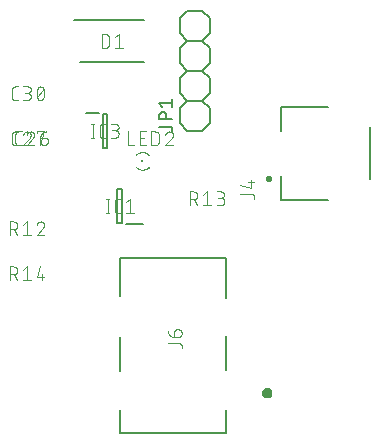
<source format=gbr>
G04 EAGLE Gerber RS-274X export*
G75*
%MOMM*%
%FSLAX34Y34*%
%LPD*%
%INSilkscreen Top*%
%IPPOS*%
%AMOC8*
5,1,8,0,0,1.08239X$1,22.5*%
G01*
%ADD10C,0.101600*%
%ADD11C,0.200000*%
%ADD12C,0.127000*%
%ADD13C,0.300000*%
%ADD14C,0.400000*%
%ADD15C,0.152400*%
%ADD16R,0.200000X0.200000*%
%ADD17R,0.150000X0.250000*%


D10*
X41101Y245458D02*
X38504Y245458D01*
X38405Y245460D01*
X38305Y245466D01*
X38206Y245475D01*
X38108Y245488D01*
X38010Y245505D01*
X37912Y245526D01*
X37816Y245551D01*
X37721Y245579D01*
X37627Y245611D01*
X37534Y245646D01*
X37442Y245685D01*
X37352Y245728D01*
X37264Y245773D01*
X37177Y245823D01*
X37093Y245875D01*
X37010Y245931D01*
X36930Y245989D01*
X36852Y246051D01*
X36777Y246116D01*
X36704Y246184D01*
X36634Y246254D01*
X36566Y246327D01*
X36501Y246402D01*
X36439Y246480D01*
X36381Y246560D01*
X36325Y246643D01*
X36273Y246727D01*
X36223Y246814D01*
X36178Y246902D01*
X36135Y246992D01*
X36096Y247084D01*
X36061Y247177D01*
X36029Y247271D01*
X36001Y247366D01*
X35976Y247462D01*
X35955Y247560D01*
X35938Y247658D01*
X35925Y247756D01*
X35916Y247855D01*
X35910Y247955D01*
X35908Y248054D01*
X35908Y254546D01*
X35910Y254645D01*
X35916Y254745D01*
X35925Y254844D01*
X35938Y254942D01*
X35955Y255040D01*
X35976Y255138D01*
X36001Y255234D01*
X36029Y255329D01*
X36061Y255423D01*
X36096Y255516D01*
X36135Y255608D01*
X36178Y255698D01*
X36223Y255786D01*
X36273Y255873D01*
X36325Y255957D01*
X36381Y256040D01*
X36439Y256120D01*
X36501Y256198D01*
X36566Y256273D01*
X36634Y256346D01*
X36704Y256416D01*
X36777Y256484D01*
X36852Y256549D01*
X36930Y256611D01*
X37010Y256669D01*
X37093Y256725D01*
X37177Y256777D01*
X37264Y256827D01*
X37352Y256872D01*
X37442Y256915D01*
X37534Y256954D01*
X37626Y256989D01*
X37721Y257021D01*
X37816Y257049D01*
X37912Y257074D01*
X38010Y257095D01*
X38108Y257112D01*
X38206Y257125D01*
X38305Y257134D01*
X38405Y257140D01*
X38504Y257142D01*
X41101Y257142D01*
X49036Y257142D02*
X49143Y257140D01*
X49249Y257134D01*
X49355Y257124D01*
X49461Y257111D01*
X49567Y257093D01*
X49671Y257072D01*
X49775Y257047D01*
X49878Y257018D01*
X49979Y256986D01*
X50079Y256949D01*
X50178Y256909D01*
X50276Y256866D01*
X50372Y256819D01*
X50466Y256768D01*
X50558Y256714D01*
X50648Y256657D01*
X50736Y256597D01*
X50821Y256533D01*
X50904Y256466D01*
X50985Y256396D01*
X51063Y256324D01*
X51139Y256248D01*
X51211Y256170D01*
X51281Y256089D01*
X51348Y256006D01*
X51412Y255921D01*
X51472Y255833D01*
X51529Y255743D01*
X51583Y255651D01*
X51634Y255557D01*
X51681Y255461D01*
X51724Y255363D01*
X51764Y255264D01*
X51801Y255164D01*
X51833Y255063D01*
X51862Y254960D01*
X51887Y254856D01*
X51908Y254752D01*
X51926Y254646D01*
X51939Y254540D01*
X51949Y254434D01*
X51955Y254328D01*
X51957Y254221D01*
X49036Y257142D02*
X48915Y257140D01*
X48794Y257134D01*
X48674Y257124D01*
X48553Y257111D01*
X48434Y257093D01*
X48314Y257072D01*
X48196Y257047D01*
X48079Y257018D01*
X47962Y256985D01*
X47847Y256949D01*
X47733Y256908D01*
X47620Y256865D01*
X47508Y256817D01*
X47399Y256766D01*
X47291Y256711D01*
X47184Y256653D01*
X47080Y256592D01*
X46978Y256527D01*
X46878Y256459D01*
X46780Y256388D01*
X46684Y256314D01*
X46591Y256237D01*
X46501Y256156D01*
X46413Y256073D01*
X46328Y255987D01*
X46245Y255898D01*
X46166Y255807D01*
X46089Y255713D01*
X46016Y255617D01*
X45946Y255519D01*
X45879Y255418D01*
X45815Y255315D01*
X45755Y255210D01*
X45698Y255103D01*
X45644Y254995D01*
X45594Y254885D01*
X45548Y254773D01*
X45505Y254660D01*
X45466Y254545D01*
X50984Y251949D02*
X51063Y252026D01*
X51139Y252107D01*
X51212Y252190D01*
X51282Y252275D01*
X51349Y252363D01*
X51413Y252453D01*
X51473Y252545D01*
X51530Y252640D01*
X51584Y252736D01*
X51635Y252834D01*
X51682Y252934D01*
X51726Y253036D01*
X51766Y253139D01*
X51802Y253243D01*
X51834Y253349D01*
X51863Y253455D01*
X51888Y253563D01*
X51910Y253671D01*
X51927Y253781D01*
X51941Y253890D01*
X51950Y254000D01*
X51956Y254111D01*
X51958Y254221D01*
X50984Y251949D02*
X45466Y245458D01*
X51957Y245458D01*
X56896Y251949D02*
X60791Y251949D01*
X60890Y251947D01*
X60990Y251941D01*
X61089Y251932D01*
X61187Y251919D01*
X61285Y251902D01*
X61383Y251881D01*
X61479Y251856D01*
X61574Y251828D01*
X61668Y251796D01*
X61761Y251761D01*
X61853Y251722D01*
X61943Y251679D01*
X62031Y251634D01*
X62118Y251584D01*
X62202Y251532D01*
X62285Y251476D01*
X62365Y251418D01*
X62443Y251356D01*
X62518Y251291D01*
X62591Y251223D01*
X62661Y251153D01*
X62729Y251080D01*
X62794Y251005D01*
X62856Y250927D01*
X62914Y250847D01*
X62970Y250764D01*
X63022Y250680D01*
X63072Y250593D01*
X63117Y250505D01*
X63160Y250415D01*
X63199Y250323D01*
X63234Y250230D01*
X63266Y250136D01*
X63294Y250041D01*
X63319Y249945D01*
X63340Y249847D01*
X63357Y249749D01*
X63370Y249651D01*
X63379Y249552D01*
X63385Y249452D01*
X63387Y249353D01*
X63387Y248704D01*
X63388Y248704D02*
X63386Y248591D01*
X63380Y248478D01*
X63370Y248365D01*
X63356Y248252D01*
X63339Y248140D01*
X63317Y248029D01*
X63292Y247919D01*
X63262Y247809D01*
X63229Y247701D01*
X63192Y247594D01*
X63152Y247488D01*
X63107Y247384D01*
X63059Y247281D01*
X63008Y247180D01*
X62953Y247081D01*
X62895Y246984D01*
X62833Y246889D01*
X62768Y246796D01*
X62700Y246706D01*
X62629Y246618D01*
X62554Y246532D01*
X62477Y246449D01*
X62397Y246369D01*
X62314Y246292D01*
X62228Y246217D01*
X62140Y246146D01*
X62050Y246078D01*
X61957Y246013D01*
X61862Y245951D01*
X61765Y245893D01*
X61666Y245838D01*
X61565Y245787D01*
X61462Y245739D01*
X61358Y245694D01*
X61252Y245654D01*
X61145Y245617D01*
X61037Y245584D01*
X60927Y245554D01*
X60817Y245529D01*
X60706Y245507D01*
X60594Y245490D01*
X60481Y245476D01*
X60368Y245466D01*
X60255Y245460D01*
X60142Y245458D01*
X60029Y245460D01*
X59916Y245466D01*
X59803Y245476D01*
X59690Y245490D01*
X59578Y245507D01*
X59467Y245529D01*
X59357Y245554D01*
X59247Y245584D01*
X59139Y245617D01*
X59032Y245654D01*
X58926Y245694D01*
X58822Y245739D01*
X58719Y245787D01*
X58618Y245838D01*
X58519Y245893D01*
X58422Y245951D01*
X58327Y246013D01*
X58234Y246078D01*
X58144Y246146D01*
X58056Y246217D01*
X57970Y246292D01*
X57887Y246369D01*
X57807Y246449D01*
X57730Y246532D01*
X57655Y246618D01*
X57584Y246706D01*
X57516Y246796D01*
X57451Y246889D01*
X57389Y246984D01*
X57331Y247081D01*
X57276Y247180D01*
X57225Y247281D01*
X57177Y247384D01*
X57132Y247488D01*
X57092Y247594D01*
X57055Y247701D01*
X57022Y247809D01*
X56992Y247919D01*
X56967Y248029D01*
X56945Y248140D01*
X56928Y248252D01*
X56914Y248365D01*
X56904Y248478D01*
X56898Y248591D01*
X56896Y248704D01*
X56896Y251949D01*
X56898Y252092D01*
X56904Y252235D01*
X56914Y252378D01*
X56928Y252520D01*
X56945Y252662D01*
X56967Y252804D01*
X56992Y252945D01*
X57022Y253085D01*
X57055Y253224D01*
X57092Y253362D01*
X57133Y253499D01*
X57177Y253635D01*
X57226Y253770D01*
X57278Y253903D01*
X57333Y254035D01*
X57393Y254165D01*
X57456Y254294D01*
X57522Y254421D01*
X57592Y254545D01*
X57665Y254668D01*
X57742Y254789D01*
X57822Y254908D01*
X57905Y255024D01*
X57991Y255139D01*
X58080Y255250D01*
X58173Y255360D01*
X58268Y255466D01*
X58367Y255570D01*
X58468Y255671D01*
X58572Y255770D01*
X58678Y255865D01*
X58788Y255958D01*
X58899Y256047D01*
X59014Y256133D01*
X59130Y256216D01*
X59249Y256296D01*
X59370Y256373D01*
X59492Y256446D01*
X59617Y256516D01*
X59744Y256582D01*
X59873Y256645D01*
X60003Y256705D01*
X60135Y256760D01*
X60268Y256812D01*
X60403Y256861D01*
X60539Y256905D01*
X60676Y256946D01*
X60814Y256983D01*
X60953Y257016D01*
X61093Y257046D01*
X61234Y257071D01*
X61376Y257093D01*
X61518Y257110D01*
X61660Y257124D01*
X61803Y257134D01*
X61946Y257140D01*
X62089Y257142D01*
X38006Y245458D02*
X35409Y245458D01*
X35310Y245460D01*
X35210Y245466D01*
X35111Y245475D01*
X35013Y245488D01*
X34915Y245505D01*
X34817Y245526D01*
X34721Y245551D01*
X34626Y245579D01*
X34532Y245611D01*
X34439Y245646D01*
X34347Y245685D01*
X34257Y245728D01*
X34169Y245773D01*
X34082Y245823D01*
X33998Y245875D01*
X33915Y245931D01*
X33835Y245989D01*
X33757Y246051D01*
X33682Y246116D01*
X33609Y246184D01*
X33539Y246254D01*
X33471Y246327D01*
X33406Y246402D01*
X33344Y246480D01*
X33286Y246560D01*
X33230Y246643D01*
X33178Y246727D01*
X33128Y246814D01*
X33083Y246902D01*
X33040Y246992D01*
X33001Y247084D01*
X32966Y247177D01*
X32934Y247271D01*
X32906Y247366D01*
X32881Y247462D01*
X32860Y247560D01*
X32843Y247658D01*
X32830Y247756D01*
X32821Y247855D01*
X32815Y247955D01*
X32813Y248054D01*
X32813Y254546D01*
X32815Y254645D01*
X32821Y254745D01*
X32830Y254844D01*
X32843Y254942D01*
X32860Y255040D01*
X32881Y255138D01*
X32906Y255234D01*
X32934Y255329D01*
X32966Y255423D01*
X33001Y255516D01*
X33040Y255608D01*
X33083Y255698D01*
X33128Y255786D01*
X33178Y255873D01*
X33230Y255957D01*
X33286Y256040D01*
X33344Y256120D01*
X33406Y256198D01*
X33471Y256273D01*
X33539Y256346D01*
X33609Y256416D01*
X33682Y256484D01*
X33757Y256549D01*
X33835Y256611D01*
X33915Y256669D01*
X33998Y256725D01*
X34082Y256777D01*
X34169Y256827D01*
X34257Y256872D01*
X34347Y256915D01*
X34439Y256954D01*
X34531Y256989D01*
X34626Y257021D01*
X34721Y257049D01*
X34817Y257074D01*
X34915Y257095D01*
X35013Y257112D01*
X35111Y257125D01*
X35210Y257134D01*
X35310Y257140D01*
X35409Y257142D01*
X38006Y257142D01*
X45941Y257142D02*
X46048Y257140D01*
X46154Y257134D01*
X46260Y257124D01*
X46366Y257111D01*
X46472Y257093D01*
X46576Y257072D01*
X46680Y257047D01*
X46783Y257018D01*
X46884Y256986D01*
X46984Y256949D01*
X47083Y256909D01*
X47181Y256866D01*
X47277Y256819D01*
X47371Y256768D01*
X47463Y256714D01*
X47553Y256657D01*
X47641Y256597D01*
X47726Y256533D01*
X47809Y256466D01*
X47890Y256396D01*
X47968Y256324D01*
X48044Y256248D01*
X48116Y256170D01*
X48186Y256089D01*
X48253Y256006D01*
X48317Y255921D01*
X48377Y255833D01*
X48434Y255743D01*
X48488Y255651D01*
X48539Y255557D01*
X48586Y255461D01*
X48629Y255363D01*
X48669Y255264D01*
X48706Y255164D01*
X48738Y255063D01*
X48767Y254960D01*
X48792Y254856D01*
X48813Y254752D01*
X48831Y254646D01*
X48844Y254540D01*
X48854Y254434D01*
X48860Y254328D01*
X48862Y254221D01*
X45941Y257142D02*
X45820Y257140D01*
X45699Y257134D01*
X45579Y257124D01*
X45458Y257111D01*
X45339Y257093D01*
X45219Y257072D01*
X45101Y257047D01*
X44984Y257018D01*
X44867Y256985D01*
X44752Y256949D01*
X44638Y256908D01*
X44525Y256865D01*
X44413Y256817D01*
X44304Y256766D01*
X44196Y256711D01*
X44089Y256653D01*
X43985Y256592D01*
X43883Y256527D01*
X43783Y256459D01*
X43685Y256388D01*
X43589Y256314D01*
X43496Y256237D01*
X43406Y256156D01*
X43318Y256073D01*
X43233Y255987D01*
X43150Y255898D01*
X43071Y255807D01*
X42994Y255713D01*
X42921Y255617D01*
X42851Y255519D01*
X42784Y255418D01*
X42720Y255315D01*
X42660Y255210D01*
X42603Y255103D01*
X42549Y254995D01*
X42499Y254885D01*
X42453Y254773D01*
X42410Y254660D01*
X42371Y254545D01*
X47889Y251949D02*
X47968Y252026D01*
X48044Y252107D01*
X48117Y252190D01*
X48187Y252275D01*
X48254Y252363D01*
X48318Y252453D01*
X48378Y252545D01*
X48435Y252640D01*
X48489Y252736D01*
X48540Y252834D01*
X48587Y252934D01*
X48631Y253036D01*
X48671Y253139D01*
X48707Y253243D01*
X48739Y253349D01*
X48768Y253455D01*
X48793Y253563D01*
X48815Y253671D01*
X48832Y253781D01*
X48846Y253890D01*
X48855Y254000D01*
X48861Y254111D01*
X48863Y254221D01*
X47888Y251949D02*
X42371Y245458D01*
X48862Y245458D01*
X53801Y255844D02*
X53801Y257142D01*
X60292Y257142D01*
X57046Y245458D01*
X38006Y283558D02*
X35409Y283558D01*
X35310Y283560D01*
X35210Y283566D01*
X35111Y283575D01*
X35013Y283588D01*
X34915Y283605D01*
X34817Y283626D01*
X34721Y283651D01*
X34626Y283679D01*
X34532Y283711D01*
X34439Y283746D01*
X34347Y283785D01*
X34257Y283828D01*
X34169Y283873D01*
X34082Y283923D01*
X33998Y283975D01*
X33915Y284031D01*
X33835Y284089D01*
X33757Y284151D01*
X33682Y284216D01*
X33609Y284284D01*
X33539Y284354D01*
X33471Y284427D01*
X33406Y284502D01*
X33344Y284580D01*
X33286Y284660D01*
X33230Y284743D01*
X33178Y284827D01*
X33128Y284914D01*
X33083Y285002D01*
X33040Y285092D01*
X33001Y285184D01*
X32966Y285277D01*
X32934Y285371D01*
X32906Y285466D01*
X32881Y285562D01*
X32860Y285660D01*
X32843Y285758D01*
X32830Y285856D01*
X32821Y285955D01*
X32815Y286055D01*
X32813Y286154D01*
X32813Y292646D01*
X32815Y292745D01*
X32821Y292845D01*
X32830Y292944D01*
X32843Y293042D01*
X32860Y293140D01*
X32881Y293238D01*
X32906Y293334D01*
X32934Y293429D01*
X32966Y293523D01*
X33001Y293616D01*
X33040Y293708D01*
X33083Y293798D01*
X33128Y293886D01*
X33178Y293973D01*
X33230Y294057D01*
X33286Y294140D01*
X33344Y294220D01*
X33406Y294298D01*
X33471Y294373D01*
X33539Y294446D01*
X33609Y294516D01*
X33682Y294584D01*
X33757Y294649D01*
X33835Y294711D01*
X33915Y294769D01*
X33998Y294825D01*
X34082Y294877D01*
X34169Y294927D01*
X34257Y294972D01*
X34347Y295015D01*
X34439Y295054D01*
X34531Y295089D01*
X34626Y295121D01*
X34721Y295149D01*
X34817Y295174D01*
X34915Y295195D01*
X35013Y295212D01*
X35111Y295225D01*
X35210Y295234D01*
X35310Y295240D01*
X35409Y295242D01*
X38006Y295242D01*
X42371Y283558D02*
X45616Y283558D01*
X45729Y283560D01*
X45842Y283566D01*
X45955Y283576D01*
X46068Y283590D01*
X46180Y283607D01*
X46291Y283629D01*
X46401Y283654D01*
X46511Y283684D01*
X46619Y283717D01*
X46726Y283754D01*
X46832Y283794D01*
X46936Y283839D01*
X47039Y283887D01*
X47140Y283938D01*
X47239Y283993D01*
X47336Y284051D01*
X47431Y284113D01*
X47524Y284178D01*
X47614Y284246D01*
X47702Y284317D01*
X47788Y284392D01*
X47871Y284469D01*
X47951Y284549D01*
X48028Y284632D01*
X48103Y284718D01*
X48174Y284806D01*
X48242Y284896D01*
X48307Y284989D01*
X48369Y285084D01*
X48427Y285181D01*
X48482Y285280D01*
X48533Y285381D01*
X48581Y285484D01*
X48626Y285588D01*
X48666Y285694D01*
X48703Y285801D01*
X48736Y285909D01*
X48766Y286019D01*
X48791Y286129D01*
X48813Y286240D01*
X48830Y286352D01*
X48844Y286465D01*
X48854Y286578D01*
X48860Y286691D01*
X48862Y286804D01*
X48860Y286917D01*
X48854Y287030D01*
X48844Y287143D01*
X48830Y287256D01*
X48813Y287368D01*
X48791Y287479D01*
X48766Y287589D01*
X48736Y287699D01*
X48703Y287807D01*
X48666Y287914D01*
X48626Y288020D01*
X48581Y288124D01*
X48533Y288227D01*
X48482Y288328D01*
X48427Y288427D01*
X48369Y288524D01*
X48307Y288619D01*
X48242Y288712D01*
X48174Y288802D01*
X48103Y288890D01*
X48028Y288976D01*
X47951Y289059D01*
X47871Y289139D01*
X47788Y289216D01*
X47702Y289291D01*
X47614Y289362D01*
X47524Y289430D01*
X47431Y289495D01*
X47336Y289557D01*
X47239Y289615D01*
X47140Y289670D01*
X47039Y289721D01*
X46936Y289769D01*
X46832Y289814D01*
X46726Y289854D01*
X46619Y289891D01*
X46511Y289924D01*
X46401Y289954D01*
X46291Y289979D01*
X46180Y290001D01*
X46068Y290018D01*
X45955Y290032D01*
X45842Y290042D01*
X45729Y290048D01*
X45616Y290050D01*
X46266Y295242D02*
X42371Y295242D01*
X46266Y295242D02*
X46367Y295240D01*
X46467Y295234D01*
X46567Y295224D01*
X46667Y295211D01*
X46766Y295193D01*
X46865Y295172D01*
X46962Y295147D01*
X47059Y295118D01*
X47154Y295085D01*
X47248Y295049D01*
X47340Y295009D01*
X47431Y294966D01*
X47520Y294919D01*
X47607Y294869D01*
X47693Y294815D01*
X47776Y294758D01*
X47856Y294698D01*
X47935Y294635D01*
X48011Y294568D01*
X48084Y294499D01*
X48154Y294427D01*
X48222Y294353D01*
X48287Y294276D01*
X48348Y294196D01*
X48407Y294114D01*
X48462Y294030D01*
X48514Y293944D01*
X48563Y293856D01*
X48608Y293766D01*
X48650Y293674D01*
X48688Y293581D01*
X48722Y293486D01*
X48753Y293391D01*
X48780Y293294D01*
X48803Y293196D01*
X48823Y293097D01*
X48838Y292997D01*
X48850Y292897D01*
X48858Y292797D01*
X48862Y292696D01*
X48862Y292596D01*
X48858Y292495D01*
X48850Y292395D01*
X48838Y292295D01*
X48823Y292195D01*
X48803Y292096D01*
X48780Y291998D01*
X48753Y291901D01*
X48722Y291806D01*
X48688Y291711D01*
X48650Y291618D01*
X48608Y291526D01*
X48563Y291436D01*
X48514Y291348D01*
X48462Y291262D01*
X48407Y291178D01*
X48348Y291096D01*
X48287Y291016D01*
X48222Y290939D01*
X48154Y290865D01*
X48084Y290793D01*
X48011Y290724D01*
X47935Y290657D01*
X47856Y290594D01*
X47776Y290534D01*
X47693Y290477D01*
X47607Y290423D01*
X47520Y290373D01*
X47431Y290326D01*
X47340Y290283D01*
X47248Y290243D01*
X47154Y290207D01*
X47059Y290174D01*
X46962Y290145D01*
X46865Y290120D01*
X46766Y290099D01*
X46667Y290081D01*
X46567Y290068D01*
X46467Y290058D01*
X46367Y290052D01*
X46266Y290050D01*
X46266Y290049D02*
X43669Y290049D01*
X53801Y289400D02*
X53804Y289630D01*
X53812Y289860D01*
X53826Y290089D01*
X53845Y290318D01*
X53870Y290547D01*
X53900Y290774D01*
X53935Y291002D01*
X53976Y291228D01*
X54022Y291453D01*
X54074Y291677D01*
X54131Y291899D01*
X54193Y292121D01*
X54261Y292340D01*
X54334Y292558D01*
X54412Y292775D01*
X54495Y292989D01*
X54583Y293201D01*
X54676Y293411D01*
X54775Y293619D01*
X54774Y293619D02*
X54807Y293709D01*
X54843Y293798D01*
X54883Y293886D01*
X54927Y293971D01*
X54974Y294055D01*
X55024Y294137D01*
X55078Y294217D01*
X55134Y294294D01*
X55194Y294370D01*
X55257Y294443D01*
X55322Y294513D01*
X55391Y294581D01*
X55462Y294645D01*
X55535Y294707D01*
X55611Y294766D01*
X55689Y294822D01*
X55770Y294875D01*
X55852Y294924D01*
X55936Y294970D01*
X56023Y295013D01*
X56110Y295052D01*
X56200Y295088D01*
X56290Y295120D01*
X56382Y295148D01*
X56475Y295173D01*
X56569Y295194D01*
X56663Y295211D01*
X56758Y295225D01*
X56854Y295234D01*
X56950Y295240D01*
X57046Y295242D01*
X57142Y295240D01*
X57238Y295234D01*
X57334Y295225D01*
X57429Y295211D01*
X57523Y295194D01*
X57617Y295173D01*
X57710Y295148D01*
X57802Y295120D01*
X57892Y295088D01*
X57982Y295052D01*
X58069Y295013D01*
X58156Y294970D01*
X58240Y294924D01*
X58322Y294875D01*
X58403Y294822D01*
X58481Y294766D01*
X58557Y294707D01*
X58630Y294645D01*
X58701Y294581D01*
X58770Y294513D01*
X58835Y294443D01*
X58898Y294370D01*
X58958Y294294D01*
X59014Y294217D01*
X59068Y294137D01*
X59118Y294055D01*
X59165Y293971D01*
X59209Y293886D01*
X59249Y293798D01*
X59285Y293709D01*
X59318Y293619D01*
X59319Y293619D02*
X59418Y293412D01*
X59511Y293202D01*
X59599Y292989D01*
X59682Y292775D01*
X59760Y292559D01*
X59833Y292341D01*
X59901Y292121D01*
X59963Y291900D01*
X60020Y291677D01*
X60072Y291453D01*
X60118Y291228D01*
X60159Y291002D01*
X60194Y290775D01*
X60224Y290547D01*
X60249Y290318D01*
X60268Y290089D01*
X60282Y289860D01*
X60290Y289630D01*
X60293Y289400D01*
X53801Y289400D02*
X53804Y289170D01*
X53812Y288940D01*
X53826Y288711D01*
X53845Y288482D01*
X53870Y288253D01*
X53900Y288025D01*
X53935Y287798D01*
X53976Y287572D01*
X54022Y287347D01*
X54074Y287123D01*
X54131Y286900D01*
X54193Y286679D01*
X54261Y286459D01*
X54334Y286241D01*
X54412Y286025D01*
X54495Y285811D01*
X54583Y285599D01*
X54676Y285388D01*
X54775Y285181D01*
X54774Y285181D02*
X54807Y285091D01*
X54843Y285002D01*
X54884Y284914D01*
X54927Y284829D01*
X54974Y284745D01*
X55024Y284663D01*
X55078Y284583D01*
X55134Y284506D01*
X55194Y284430D01*
X55257Y284357D01*
X55322Y284287D01*
X55391Y284219D01*
X55462Y284155D01*
X55535Y284093D01*
X55611Y284034D01*
X55689Y283978D01*
X55770Y283925D01*
X55852Y283876D01*
X55936Y283830D01*
X56023Y283787D01*
X56110Y283748D01*
X56200Y283712D01*
X56290Y283680D01*
X56382Y283652D01*
X56475Y283627D01*
X56569Y283606D01*
X56663Y283589D01*
X56758Y283575D01*
X56854Y283566D01*
X56950Y283560D01*
X57046Y283558D01*
X59318Y285181D02*
X59417Y285388D01*
X59510Y285599D01*
X59598Y285811D01*
X59681Y286025D01*
X59759Y286241D01*
X59832Y286459D01*
X59900Y286679D01*
X59962Y286900D01*
X60019Y287123D01*
X60071Y287347D01*
X60117Y287572D01*
X60158Y287798D01*
X60193Y288025D01*
X60223Y288253D01*
X60248Y288482D01*
X60267Y288711D01*
X60281Y288940D01*
X60289Y289170D01*
X60292Y289400D01*
X59318Y285181D02*
X59285Y285091D01*
X59249Y285002D01*
X59209Y284914D01*
X59165Y284829D01*
X59118Y284745D01*
X59068Y284663D01*
X59014Y284583D01*
X58958Y284506D01*
X58898Y284430D01*
X58835Y284357D01*
X58770Y284287D01*
X58701Y284219D01*
X58630Y284155D01*
X58557Y284093D01*
X58481Y284034D01*
X58403Y283978D01*
X58322Y283925D01*
X58240Y283876D01*
X58156Y283830D01*
X58069Y283787D01*
X57982Y283748D01*
X57892Y283712D01*
X57802Y283680D01*
X57710Y283652D01*
X57617Y283627D01*
X57523Y283606D01*
X57429Y283589D01*
X57334Y283575D01*
X57238Y283566D01*
X57142Y283560D01*
X57046Y283558D01*
X54450Y286154D02*
X59643Y292646D01*
D11*
X85200Y351950D02*
X144950Y351950D01*
X144950Y315750D02*
X90950Y315750D01*
D10*
X108799Y328008D02*
X108799Y339692D01*
X112045Y339692D01*
X112158Y339690D01*
X112271Y339684D01*
X112384Y339674D01*
X112497Y339660D01*
X112609Y339643D01*
X112720Y339621D01*
X112830Y339596D01*
X112940Y339566D01*
X113048Y339533D01*
X113155Y339496D01*
X113261Y339456D01*
X113365Y339411D01*
X113468Y339363D01*
X113569Y339312D01*
X113668Y339257D01*
X113765Y339199D01*
X113860Y339137D01*
X113953Y339072D01*
X114043Y339004D01*
X114131Y338933D01*
X114217Y338858D01*
X114300Y338781D01*
X114380Y338701D01*
X114457Y338618D01*
X114532Y338532D01*
X114603Y338444D01*
X114671Y338354D01*
X114736Y338261D01*
X114798Y338166D01*
X114856Y338069D01*
X114911Y337970D01*
X114962Y337869D01*
X115010Y337766D01*
X115055Y337662D01*
X115095Y337556D01*
X115132Y337449D01*
X115165Y337341D01*
X115195Y337231D01*
X115220Y337121D01*
X115242Y337010D01*
X115259Y336898D01*
X115273Y336785D01*
X115283Y336672D01*
X115289Y336559D01*
X115291Y336446D01*
X115290Y336446D02*
X115290Y331254D01*
X115291Y331254D02*
X115289Y331141D01*
X115283Y331028D01*
X115273Y330915D01*
X115259Y330802D01*
X115242Y330690D01*
X115220Y330579D01*
X115195Y330469D01*
X115165Y330359D01*
X115132Y330251D01*
X115095Y330144D01*
X115055Y330038D01*
X115010Y329934D01*
X114962Y329831D01*
X114911Y329730D01*
X114856Y329631D01*
X114798Y329534D01*
X114736Y329439D01*
X114671Y329346D01*
X114603Y329256D01*
X114532Y329168D01*
X114457Y329082D01*
X114380Y328999D01*
X114300Y328919D01*
X114217Y328842D01*
X114131Y328767D01*
X114043Y328696D01*
X113953Y328628D01*
X113860Y328563D01*
X113765Y328501D01*
X113668Y328443D01*
X113569Y328388D01*
X113468Y328337D01*
X113365Y328289D01*
X113261Y328244D01*
X113155Y328204D01*
X113048Y328167D01*
X112940Y328134D01*
X112830Y328104D01*
X112720Y328079D01*
X112609Y328057D01*
X112497Y328040D01*
X112384Y328026D01*
X112271Y328016D01*
X112158Y328010D01*
X112045Y328008D01*
X108799Y328008D01*
X120610Y337096D02*
X123855Y339692D01*
X123855Y328008D01*
X120610Y328008D02*
X127101Y328008D01*
D11*
X126300Y179650D02*
X122300Y179650D01*
X122300Y208650D01*
X126300Y208650D01*
X126300Y179650D01*
X129800Y179150D02*
X143800Y179150D01*
D10*
X113992Y188308D02*
X113992Y199992D01*
X112694Y188308D02*
X115290Y188308D01*
X115290Y199992D02*
X112694Y199992D01*
X122454Y188308D02*
X125050Y188308D01*
X122454Y188308D02*
X122355Y188310D01*
X122255Y188316D01*
X122156Y188325D01*
X122058Y188338D01*
X121960Y188355D01*
X121862Y188376D01*
X121766Y188401D01*
X121671Y188429D01*
X121577Y188461D01*
X121484Y188496D01*
X121392Y188535D01*
X121302Y188578D01*
X121214Y188623D01*
X121127Y188673D01*
X121043Y188725D01*
X120960Y188781D01*
X120880Y188839D01*
X120802Y188901D01*
X120727Y188966D01*
X120654Y189034D01*
X120584Y189104D01*
X120516Y189177D01*
X120451Y189252D01*
X120389Y189330D01*
X120331Y189410D01*
X120275Y189493D01*
X120223Y189577D01*
X120173Y189664D01*
X120128Y189752D01*
X120085Y189842D01*
X120046Y189934D01*
X120011Y190027D01*
X119979Y190121D01*
X119951Y190216D01*
X119926Y190312D01*
X119905Y190410D01*
X119888Y190508D01*
X119875Y190606D01*
X119866Y190705D01*
X119860Y190805D01*
X119858Y190904D01*
X119857Y190904D02*
X119857Y197396D01*
X119858Y197396D02*
X119860Y197495D01*
X119866Y197595D01*
X119875Y197694D01*
X119888Y197792D01*
X119905Y197890D01*
X119926Y197988D01*
X119951Y198084D01*
X119979Y198179D01*
X120011Y198273D01*
X120046Y198366D01*
X120085Y198458D01*
X120128Y198548D01*
X120173Y198636D01*
X120223Y198723D01*
X120275Y198807D01*
X120331Y198890D01*
X120389Y198970D01*
X120451Y199048D01*
X120516Y199123D01*
X120584Y199196D01*
X120654Y199266D01*
X120727Y199334D01*
X120802Y199399D01*
X120880Y199461D01*
X120960Y199519D01*
X121043Y199575D01*
X121127Y199627D01*
X121214Y199677D01*
X121302Y199722D01*
X121392Y199765D01*
X121484Y199804D01*
X121576Y199839D01*
X121671Y199871D01*
X121766Y199899D01*
X121862Y199924D01*
X121960Y199945D01*
X122058Y199962D01*
X122156Y199975D01*
X122255Y199984D01*
X122355Y199990D01*
X122454Y199992D01*
X125050Y199992D01*
X129415Y197396D02*
X132661Y199992D01*
X132661Y188308D01*
X135906Y188308D02*
X129415Y188308D01*
D11*
X113100Y272150D02*
X110100Y272150D01*
X113100Y272150D02*
X113100Y243150D01*
X110100Y243150D01*
X110100Y272150D01*
X106600Y273000D02*
X95600Y273000D01*
D10*
X101292Y263492D02*
X101292Y251808D01*
X99994Y251808D02*
X102590Y251808D01*
X102590Y263492D02*
X99994Y263492D01*
X109754Y251808D02*
X112350Y251808D01*
X109754Y251808D02*
X109655Y251810D01*
X109555Y251816D01*
X109456Y251825D01*
X109358Y251838D01*
X109260Y251855D01*
X109162Y251876D01*
X109066Y251901D01*
X108971Y251929D01*
X108877Y251961D01*
X108784Y251996D01*
X108692Y252035D01*
X108602Y252078D01*
X108514Y252123D01*
X108427Y252173D01*
X108343Y252225D01*
X108260Y252281D01*
X108180Y252339D01*
X108102Y252401D01*
X108027Y252466D01*
X107954Y252534D01*
X107884Y252604D01*
X107816Y252677D01*
X107751Y252752D01*
X107689Y252830D01*
X107631Y252910D01*
X107575Y252993D01*
X107523Y253077D01*
X107473Y253164D01*
X107428Y253252D01*
X107385Y253342D01*
X107346Y253434D01*
X107311Y253527D01*
X107279Y253621D01*
X107251Y253716D01*
X107226Y253812D01*
X107205Y253910D01*
X107188Y254008D01*
X107175Y254106D01*
X107166Y254205D01*
X107160Y254305D01*
X107158Y254404D01*
X107157Y254404D02*
X107157Y260896D01*
X107158Y260896D02*
X107160Y260995D01*
X107166Y261095D01*
X107175Y261194D01*
X107188Y261292D01*
X107205Y261390D01*
X107226Y261488D01*
X107251Y261584D01*
X107279Y261679D01*
X107311Y261773D01*
X107346Y261866D01*
X107385Y261958D01*
X107428Y262048D01*
X107473Y262136D01*
X107523Y262223D01*
X107575Y262307D01*
X107631Y262390D01*
X107689Y262470D01*
X107751Y262548D01*
X107816Y262623D01*
X107884Y262696D01*
X107954Y262766D01*
X108027Y262834D01*
X108102Y262899D01*
X108180Y262961D01*
X108260Y263019D01*
X108343Y263075D01*
X108427Y263127D01*
X108514Y263177D01*
X108602Y263222D01*
X108692Y263265D01*
X108784Y263304D01*
X108876Y263339D01*
X108971Y263371D01*
X109066Y263399D01*
X109162Y263424D01*
X109260Y263445D01*
X109358Y263462D01*
X109456Y263475D01*
X109555Y263484D01*
X109655Y263490D01*
X109754Y263492D01*
X112350Y263492D01*
X116715Y251808D02*
X119961Y251808D01*
X120074Y251810D01*
X120187Y251816D01*
X120300Y251826D01*
X120413Y251840D01*
X120525Y251857D01*
X120636Y251879D01*
X120746Y251904D01*
X120856Y251934D01*
X120964Y251967D01*
X121071Y252004D01*
X121177Y252044D01*
X121281Y252089D01*
X121384Y252137D01*
X121485Y252188D01*
X121584Y252243D01*
X121681Y252301D01*
X121776Y252363D01*
X121869Y252428D01*
X121959Y252496D01*
X122047Y252567D01*
X122133Y252642D01*
X122216Y252719D01*
X122296Y252799D01*
X122373Y252882D01*
X122448Y252968D01*
X122519Y253056D01*
X122587Y253146D01*
X122652Y253239D01*
X122714Y253334D01*
X122772Y253431D01*
X122827Y253530D01*
X122878Y253631D01*
X122926Y253734D01*
X122971Y253838D01*
X123011Y253944D01*
X123048Y254051D01*
X123081Y254159D01*
X123111Y254269D01*
X123136Y254379D01*
X123158Y254490D01*
X123175Y254602D01*
X123189Y254715D01*
X123199Y254828D01*
X123205Y254941D01*
X123207Y255054D01*
X123205Y255167D01*
X123199Y255280D01*
X123189Y255393D01*
X123175Y255506D01*
X123158Y255618D01*
X123136Y255729D01*
X123111Y255839D01*
X123081Y255949D01*
X123048Y256057D01*
X123011Y256164D01*
X122971Y256270D01*
X122926Y256374D01*
X122878Y256477D01*
X122827Y256578D01*
X122772Y256677D01*
X122714Y256774D01*
X122652Y256869D01*
X122587Y256962D01*
X122519Y257052D01*
X122448Y257140D01*
X122373Y257226D01*
X122296Y257309D01*
X122216Y257389D01*
X122133Y257466D01*
X122047Y257541D01*
X121959Y257612D01*
X121869Y257680D01*
X121776Y257745D01*
X121681Y257807D01*
X121584Y257865D01*
X121485Y257920D01*
X121384Y257971D01*
X121281Y258019D01*
X121177Y258064D01*
X121071Y258104D01*
X120964Y258141D01*
X120856Y258174D01*
X120746Y258204D01*
X120636Y258229D01*
X120525Y258251D01*
X120413Y258268D01*
X120300Y258282D01*
X120187Y258292D01*
X120074Y258298D01*
X119961Y258300D01*
X120610Y263492D02*
X116715Y263492D01*
X120610Y263492D02*
X120711Y263490D01*
X120811Y263484D01*
X120911Y263474D01*
X121011Y263461D01*
X121110Y263443D01*
X121209Y263422D01*
X121306Y263397D01*
X121403Y263368D01*
X121498Y263335D01*
X121592Y263299D01*
X121684Y263259D01*
X121775Y263216D01*
X121864Y263169D01*
X121951Y263119D01*
X122037Y263065D01*
X122120Y263008D01*
X122200Y262948D01*
X122279Y262885D01*
X122355Y262818D01*
X122428Y262749D01*
X122498Y262677D01*
X122566Y262603D01*
X122631Y262526D01*
X122692Y262446D01*
X122751Y262364D01*
X122806Y262280D01*
X122858Y262194D01*
X122907Y262106D01*
X122952Y262016D01*
X122994Y261924D01*
X123032Y261831D01*
X123066Y261736D01*
X123097Y261641D01*
X123124Y261544D01*
X123147Y261446D01*
X123167Y261347D01*
X123182Y261247D01*
X123194Y261147D01*
X123202Y261047D01*
X123206Y260946D01*
X123206Y260846D01*
X123202Y260745D01*
X123194Y260645D01*
X123182Y260545D01*
X123167Y260445D01*
X123147Y260346D01*
X123124Y260248D01*
X123097Y260151D01*
X123066Y260056D01*
X123032Y259961D01*
X122994Y259868D01*
X122952Y259776D01*
X122907Y259686D01*
X122858Y259598D01*
X122806Y259512D01*
X122751Y259428D01*
X122692Y259346D01*
X122631Y259266D01*
X122566Y259189D01*
X122498Y259115D01*
X122428Y259043D01*
X122355Y258974D01*
X122279Y258907D01*
X122200Y258844D01*
X122120Y258784D01*
X122037Y258727D01*
X121951Y258673D01*
X121864Y258623D01*
X121775Y258576D01*
X121684Y258533D01*
X121592Y258493D01*
X121498Y258457D01*
X121403Y258424D01*
X121306Y258395D01*
X121209Y258370D01*
X121110Y258349D01*
X121011Y258331D01*
X120911Y258318D01*
X120811Y258308D01*
X120711Y258302D01*
X120610Y258300D01*
X120610Y258299D02*
X118014Y258299D01*
D12*
X260500Y257600D02*
X260500Y278100D01*
X260500Y219600D02*
X260500Y199100D01*
X300500Y199100D01*
D13*
X249500Y217100D02*
X249502Y217163D01*
X249508Y217225D01*
X249518Y217287D01*
X249531Y217349D01*
X249549Y217409D01*
X249570Y217468D01*
X249595Y217526D01*
X249624Y217582D01*
X249656Y217636D01*
X249691Y217688D01*
X249729Y217737D01*
X249771Y217785D01*
X249815Y217829D01*
X249863Y217871D01*
X249912Y217909D01*
X249964Y217944D01*
X250018Y217976D01*
X250074Y218005D01*
X250132Y218030D01*
X250191Y218051D01*
X250251Y218069D01*
X250313Y218082D01*
X250375Y218092D01*
X250437Y218098D01*
X250500Y218100D01*
X250563Y218098D01*
X250625Y218092D01*
X250687Y218082D01*
X250749Y218069D01*
X250809Y218051D01*
X250868Y218030D01*
X250926Y218005D01*
X250982Y217976D01*
X251036Y217944D01*
X251088Y217909D01*
X251137Y217871D01*
X251185Y217829D01*
X251229Y217785D01*
X251271Y217737D01*
X251309Y217688D01*
X251344Y217636D01*
X251376Y217582D01*
X251405Y217526D01*
X251430Y217468D01*
X251451Y217409D01*
X251469Y217349D01*
X251482Y217287D01*
X251492Y217225D01*
X251498Y217163D01*
X251500Y217100D01*
X251498Y217037D01*
X251492Y216975D01*
X251482Y216913D01*
X251469Y216851D01*
X251451Y216791D01*
X251430Y216732D01*
X251405Y216674D01*
X251376Y216618D01*
X251344Y216564D01*
X251309Y216512D01*
X251271Y216463D01*
X251229Y216415D01*
X251185Y216371D01*
X251137Y216329D01*
X251088Y216291D01*
X251036Y216256D01*
X250982Y216224D01*
X250926Y216195D01*
X250868Y216170D01*
X250809Y216149D01*
X250749Y216131D01*
X250687Y216118D01*
X250625Y216108D01*
X250563Y216102D01*
X250500Y216100D01*
X250437Y216102D01*
X250375Y216108D01*
X250313Y216118D01*
X250251Y216131D01*
X250191Y216149D01*
X250132Y216170D01*
X250074Y216195D01*
X250018Y216224D01*
X249964Y216256D01*
X249912Y216291D01*
X249863Y216329D01*
X249815Y216371D01*
X249771Y216415D01*
X249729Y216463D01*
X249691Y216512D01*
X249656Y216564D01*
X249624Y216618D01*
X249595Y216674D01*
X249570Y216732D01*
X249549Y216791D01*
X249531Y216851D01*
X249518Y216913D01*
X249508Y216975D01*
X249502Y217037D01*
X249500Y217100D01*
D12*
X336500Y216600D02*
X336500Y260600D01*
X300500Y278100D02*
X260500Y278100D01*
D10*
X235413Y204270D02*
X226304Y204270D01*
X235413Y204270D02*
X235513Y204268D01*
X235612Y204262D01*
X235712Y204253D01*
X235810Y204239D01*
X235909Y204222D01*
X236006Y204202D01*
X236103Y204177D01*
X236198Y204149D01*
X236293Y204117D01*
X236386Y204081D01*
X236478Y204042D01*
X236568Y204000D01*
X236657Y203954D01*
X236743Y203904D01*
X236828Y203852D01*
X236911Y203796D01*
X236991Y203737D01*
X237069Y203675D01*
X237145Y203610D01*
X237218Y203543D01*
X237289Y203472D01*
X237356Y203399D01*
X237421Y203323D01*
X237483Y203245D01*
X237542Y203165D01*
X237598Y203082D01*
X237650Y202997D01*
X237700Y202911D01*
X237746Y202822D01*
X237788Y202732D01*
X237827Y202640D01*
X237863Y202547D01*
X237895Y202452D01*
X237923Y202357D01*
X237948Y202260D01*
X237968Y202163D01*
X237985Y202064D01*
X237999Y201966D01*
X238008Y201866D01*
X238014Y201767D01*
X238016Y201667D01*
X238016Y200366D01*
X235413Y209553D02*
X226304Y212156D01*
X235413Y209553D02*
X235413Y216060D01*
X232811Y214108D02*
X238016Y214108D01*
D11*
X214300Y149700D02*
X124300Y149700D01*
X124300Y1700D02*
X214300Y1700D01*
X214300Y21080D01*
X124300Y21270D02*
X124300Y1700D01*
X124300Y118220D02*
X124300Y149700D01*
X214300Y149700D02*
X214300Y116450D01*
X214300Y83860D02*
X214300Y55300D01*
X124300Y54670D02*
X124300Y83230D01*
D14*
X246518Y35820D02*
X246520Y35913D01*
X246526Y36006D01*
X246536Y36099D01*
X246550Y36191D01*
X246568Y36283D01*
X246589Y36373D01*
X246615Y36463D01*
X246644Y36552D01*
X246677Y36639D01*
X246714Y36725D01*
X246755Y36809D01*
X246799Y36891D01*
X246846Y36971D01*
X246897Y37049D01*
X246951Y37125D01*
X247009Y37199D01*
X247069Y37270D01*
X247133Y37338D01*
X247199Y37404D01*
X247268Y37466D01*
X247340Y37526D01*
X247414Y37583D01*
X247490Y37636D01*
X247569Y37686D01*
X247650Y37733D01*
X247732Y37776D01*
X247817Y37815D01*
X247903Y37851D01*
X247990Y37883D01*
X248079Y37912D01*
X248169Y37936D01*
X248260Y37957D01*
X248352Y37974D01*
X248444Y37987D01*
X248537Y37996D01*
X248630Y38001D01*
X248723Y38002D01*
X248817Y37999D01*
X248910Y37992D01*
X249002Y37981D01*
X249094Y37966D01*
X249186Y37947D01*
X249276Y37925D01*
X249365Y37898D01*
X249454Y37868D01*
X249540Y37834D01*
X249626Y37796D01*
X249709Y37755D01*
X249791Y37710D01*
X249871Y37661D01*
X249948Y37610D01*
X250024Y37555D01*
X250097Y37496D01*
X250167Y37435D01*
X250235Y37371D01*
X250300Y37304D01*
X250361Y37234D01*
X250420Y37162D01*
X250476Y37087D01*
X250529Y37010D01*
X250578Y36931D01*
X250624Y36850D01*
X250666Y36767D01*
X250705Y36682D01*
X250740Y36595D01*
X250771Y36508D01*
X250798Y36418D01*
X250822Y36328D01*
X250842Y36237D01*
X250858Y36145D01*
X250870Y36053D01*
X250878Y35960D01*
X250882Y35867D01*
X250882Y35773D01*
X250878Y35680D01*
X250870Y35587D01*
X250858Y35495D01*
X250842Y35403D01*
X250822Y35312D01*
X250798Y35222D01*
X250771Y35132D01*
X250740Y35045D01*
X250705Y34958D01*
X250666Y34873D01*
X250624Y34790D01*
X250578Y34709D01*
X250529Y34630D01*
X250476Y34553D01*
X250420Y34478D01*
X250361Y34406D01*
X250300Y34336D01*
X250235Y34269D01*
X250167Y34205D01*
X250097Y34144D01*
X250024Y34085D01*
X249948Y34030D01*
X249871Y33979D01*
X249791Y33930D01*
X249709Y33885D01*
X249626Y33844D01*
X249540Y33806D01*
X249454Y33772D01*
X249365Y33742D01*
X249276Y33715D01*
X249186Y33693D01*
X249094Y33674D01*
X249002Y33659D01*
X248910Y33648D01*
X248817Y33641D01*
X248723Y33638D01*
X248630Y33639D01*
X248537Y33644D01*
X248444Y33653D01*
X248352Y33666D01*
X248260Y33683D01*
X248169Y33704D01*
X248079Y33728D01*
X247990Y33757D01*
X247903Y33789D01*
X247817Y33825D01*
X247732Y33864D01*
X247650Y33907D01*
X247569Y33954D01*
X247490Y34004D01*
X247414Y34057D01*
X247340Y34114D01*
X247268Y34174D01*
X247199Y34236D01*
X247133Y34302D01*
X247069Y34370D01*
X247009Y34441D01*
X246951Y34515D01*
X246897Y34591D01*
X246846Y34669D01*
X246799Y34749D01*
X246755Y34831D01*
X246714Y34915D01*
X246677Y35001D01*
X246644Y35088D01*
X246615Y35177D01*
X246589Y35267D01*
X246568Y35357D01*
X246550Y35449D01*
X246536Y35541D01*
X246526Y35634D01*
X246520Y35727D01*
X246518Y35820D01*
D10*
X174094Y77854D02*
X165007Y77854D01*
X174094Y77853D02*
X174193Y77851D01*
X174293Y77845D01*
X174392Y77836D01*
X174490Y77823D01*
X174588Y77806D01*
X174686Y77785D01*
X174782Y77760D01*
X174877Y77732D01*
X174971Y77700D01*
X175064Y77665D01*
X175156Y77626D01*
X175246Y77583D01*
X175334Y77538D01*
X175421Y77488D01*
X175505Y77436D01*
X175588Y77380D01*
X175668Y77322D01*
X175746Y77260D01*
X175821Y77195D01*
X175894Y77127D01*
X175964Y77057D01*
X176032Y76984D01*
X176097Y76909D01*
X176159Y76831D01*
X176217Y76751D01*
X176273Y76668D01*
X176325Y76584D01*
X176375Y76497D01*
X176420Y76409D01*
X176463Y76319D01*
X176502Y76227D01*
X176537Y76134D01*
X176569Y76040D01*
X176597Y75945D01*
X176622Y75849D01*
X176643Y75751D01*
X176660Y75653D01*
X176673Y75555D01*
X176682Y75456D01*
X176688Y75356D01*
X176690Y75257D01*
X176691Y75257D02*
X176691Y73959D01*
X170199Y83127D02*
X170199Y87022D01*
X170200Y87022D02*
X170202Y87121D01*
X170208Y87221D01*
X170217Y87320D01*
X170230Y87418D01*
X170247Y87516D01*
X170268Y87614D01*
X170293Y87710D01*
X170321Y87805D01*
X170353Y87899D01*
X170388Y87992D01*
X170427Y88084D01*
X170470Y88174D01*
X170515Y88262D01*
X170565Y88349D01*
X170617Y88433D01*
X170673Y88516D01*
X170731Y88596D01*
X170793Y88674D01*
X170858Y88749D01*
X170926Y88822D01*
X170996Y88892D01*
X171069Y88960D01*
X171144Y89025D01*
X171222Y89087D01*
X171302Y89145D01*
X171385Y89201D01*
X171469Y89253D01*
X171556Y89303D01*
X171644Y89348D01*
X171734Y89391D01*
X171826Y89430D01*
X171919Y89465D01*
X172013Y89497D01*
X172108Y89525D01*
X172204Y89550D01*
X172302Y89571D01*
X172400Y89588D01*
X172498Y89601D01*
X172597Y89610D01*
X172697Y89616D01*
X172796Y89618D01*
X173445Y89618D01*
X173445Y89619D02*
X173558Y89617D01*
X173671Y89611D01*
X173784Y89601D01*
X173897Y89587D01*
X174009Y89570D01*
X174120Y89548D01*
X174230Y89523D01*
X174340Y89493D01*
X174448Y89460D01*
X174555Y89423D01*
X174661Y89383D01*
X174765Y89338D01*
X174868Y89290D01*
X174969Y89239D01*
X175068Y89184D01*
X175165Y89126D01*
X175260Y89064D01*
X175353Y88999D01*
X175443Y88931D01*
X175531Y88860D01*
X175617Y88785D01*
X175700Y88708D01*
X175780Y88628D01*
X175857Y88545D01*
X175932Y88459D01*
X176003Y88371D01*
X176071Y88281D01*
X176136Y88188D01*
X176198Y88093D01*
X176256Y87996D01*
X176311Y87897D01*
X176362Y87796D01*
X176410Y87693D01*
X176455Y87589D01*
X176495Y87483D01*
X176532Y87376D01*
X176565Y87268D01*
X176595Y87158D01*
X176620Y87048D01*
X176642Y86937D01*
X176659Y86825D01*
X176673Y86712D01*
X176683Y86599D01*
X176689Y86486D01*
X176691Y86373D01*
X176689Y86260D01*
X176683Y86147D01*
X176673Y86034D01*
X176659Y85921D01*
X176642Y85809D01*
X176620Y85698D01*
X176595Y85588D01*
X176565Y85478D01*
X176532Y85370D01*
X176495Y85263D01*
X176455Y85157D01*
X176410Y85053D01*
X176362Y84950D01*
X176311Y84849D01*
X176256Y84750D01*
X176198Y84653D01*
X176136Y84558D01*
X176071Y84465D01*
X176003Y84375D01*
X175932Y84287D01*
X175857Y84201D01*
X175780Y84118D01*
X175700Y84038D01*
X175617Y83961D01*
X175531Y83886D01*
X175443Y83815D01*
X175353Y83747D01*
X175260Y83682D01*
X175165Y83620D01*
X175068Y83562D01*
X174969Y83507D01*
X174868Y83456D01*
X174765Y83408D01*
X174661Y83363D01*
X174555Y83323D01*
X174448Y83286D01*
X174340Y83253D01*
X174230Y83223D01*
X174120Y83198D01*
X174009Y83176D01*
X173897Y83159D01*
X173784Y83145D01*
X173671Y83135D01*
X173558Y83129D01*
X173445Y83127D01*
X170199Y83127D01*
X170056Y83129D01*
X169913Y83135D01*
X169770Y83145D01*
X169628Y83159D01*
X169486Y83176D01*
X169344Y83198D01*
X169203Y83223D01*
X169063Y83253D01*
X168924Y83286D01*
X168786Y83323D01*
X168649Y83364D01*
X168513Y83408D01*
X168378Y83457D01*
X168245Y83509D01*
X168113Y83564D01*
X167983Y83624D01*
X167854Y83687D01*
X167727Y83753D01*
X167603Y83823D01*
X167480Y83896D01*
X167359Y83973D01*
X167240Y84052D01*
X167124Y84136D01*
X167009Y84222D01*
X166898Y84311D01*
X166789Y84404D01*
X166682Y84499D01*
X166578Y84598D01*
X166477Y84699D01*
X166378Y84803D01*
X166283Y84909D01*
X166190Y85019D01*
X166101Y85130D01*
X166015Y85244D01*
X165932Y85361D01*
X165852Y85480D01*
X165775Y85601D01*
X165702Y85723D01*
X165632Y85848D01*
X165566Y85975D01*
X165503Y86104D01*
X165443Y86234D01*
X165388Y86366D01*
X165336Y86499D01*
X165287Y86634D01*
X165243Y86770D01*
X165202Y86907D01*
X165165Y87045D01*
X165132Y87184D01*
X165102Y87324D01*
X165077Y87465D01*
X165055Y87607D01*
X165038Y87749D01*
X165024Y87891D01*
X165014Y88034D01*
X165008Y88177D01*
X165006Y88320D01*
D15*
X181450Y308450D02*
X175100Y314800D01*
X175100Y327500D01*
X181450Y333850D01*
X194150Y333850D01*
X200500Y327500D01*
X200500Y314800D01*
X194150Y308450D01*
X175100Y276700D02*
X175100Y264000D01*
X175100Y276700D02*
X181450Y283050D01*
X194150Y283050D01*
X200500Y276700D01*
X181450Y283050D02*
X175100Y289400D01*
X175100Y302100D01*
X181450Y308450D01*
X194150Y308450D01*
X200500Y302100D01*
X200500Y289400D01*
X194150Y283050D01*
X194150Y257650D02*
X181450Y257650D01*
X175100Y264000D01*
X194150Y257650D02*
X200500Y264000D01*
X200500Y276700D01*
X175100Y340200D02*
X175100Y352900D01*
X181450Y359250D01*
X194150Y359250D01*
X200500Y352900D01*
X181450Y333850D02*
X175100Y340200D01*
X194150Y333850D02*
X200500Y340200D01*
X200500Y352900D01*
D12*
X166337Y261333D02*
X157447Y261333D01*
X166337Y261333D02*
X166437Y261331D01*
X166536Y261325D01*
X166636Y261315D01*
X166734Y261302D01*
X166833Y261284D01*
X166930Y261263D01*
X167026Y261238D01*
X167122Y261209D01*
X167216Y261176D01*
X167309Y261140D01*
X167400Y261100D01*
X167490Y261056D01*
X167578Y261009D01*
X167664Y260959D01*
X167748Y260905D01*
X167830Y260848D01*
X167909Y260788D01*
X167987Y260724D01*
X168061Y260658D01*
X168133Y260589D01*
X168202Y260517D01*
X168268Y260443D01*
X168332Y260365D01*
X168392Y260286D01*
X168449Y260204D01*
X168503Y260120D01*
X168553Y260034D01*
X168600Y259946D01*
X168644Y259856D01*
X168684Y259765D01*
X168720Y259672D01*
X168753Y259578D01*
X168782Y259482D01*
X168807Y259386D01*
X168828Y259289D01*
X168846Y259190D01*
X168859Y259092D01*
X168869Y258992D01*
X168875Y258893D01*
X168877Y258793D01*
X168877Y257523D01*
X168877Y267313D02*
X157447Y267313D01*
X157447Y270488D01*
X157449Y270599D01*
X157455Y270709D01*
X157464Y270820D01*
X157478Y270930D01*
X157495Y271039D01*
X157516Y271148D01*
X157541Y271256D01*
X157570Y271363D01*
X157602Y271469D01*
X157638Y271574D01*
X157678Y271677D01*
X157721Y271779D01*
X157768Y271880D01*
X157819Y271979D01*
X157872Y272076D01*
X157929Y272170D01*
X157990Y272263D01*
X158053Y272354D01*
X158120Y272443D01*
X158190Y272529D01*
X158263Y272612D01*
X158338Y272694D01*
X158416Y272772D01*
X158498Y272847D01*
X158581Y272920D01*
X158667Y272990D01*
X158756Y273057D01*
X158847Y273120D01*
X158940Y273181D01*
X159035Y273238D01*
X159131Y273291D01*
X159230Y273342D01*
X159331Y273389D01*
X159433Y273432D01*
X159536Y273472D01*
X159641Y273508D01*
X159747Y273540D01*
X159854Y273569D01*
X159962Y273594D01*
X160071Y273615D01*
X160180Y273632D01*
X160290Y273646D01*
X160401Y273655D01*
X160511Y273661D01*
X160622Y273663D01*
X160733Y273661D01*
X160843Y273655D01*
X160954Y273646D01*
X161064Y273632D01*
X161173Y273615D01*
X161282Y273594D01*
X161390Y273569D01*
X161497Y273540D01*
X161603Y273508D01*
X161708Y273472D01*
X161811Y273432D01*
X161913Y273389D01*
X162014Y273342D01*
X162113Y273291D01*
X162210Y273238D01*
X162304Y273181D01*
X162397Y273120D01*
X162488Y273057D01*
X162577Y272990D01*
X162663Y272920D01*
X162746Y272847D01*
X162828Y272772D01*
X162906Y272694D01*
X162981Y272612D01*
X163054Y272529D01*
X163124Y272443D01*
X163191Y272354D01*
X163254Y272263D01*
X163315Y272170D01*
X163372Y272076D01*
X163425Y271979D01*
X163476Y271880D01*
X163523Y271779D01*
X163566Y271677D01*
X163606Y271574D01*
X163642Y271469D01*
X163674Y271363D01*
X163703Y271256D01*
X163728Y271148D01*
X163749Y271039D01*
X163766Y270930D01*
X163780Y270820D01*
X163789Y270709D01*
X163795Y270599D01*
X163797Y270488D01*
X163797Y267313D01*
X159987Y278172D02*
X157447Y281347D01*
X168877Y281347D01*
X168877Y278172D02*
X168877Y284522D01*
D10*
X148850Y227250D02*
X148726Y227117D01*
X148598Y226987D01*
X148468Y226860D01*
X148334Y226736D01*
X148198Y226615D01*
X148058Y226498D01*
X147916Y226385D01*
X147771Y226275D01*
X147623Y226168D01*
X147473Y226065D01*
X147320Y225966D01*
X147165Y225871D01*
X147008Y225779D01*
X146848Y225692D01*
X146686Y225608D01*
X146523Y225528D01*
X146357Y225452D01*
X146190Y225381D01*
X146020Y225313D01*
X145850Y225250D01*
X145678Y225191D01*
X145504Y225136D01*
X145329Y225085D01*
X145153Y225039D01*
X144976Y224997D01*
X144798Y224959D01*
X144618Y224926D01*
X144439Y224897D01*
X144258Y224873D01*
X144077Y224853D01*
X143896Y224837D01*
X143714Y224826D01*
X143532Y224819D01*
X143350Y224817D01*
X143168Y224819D01*
X142986Y224826D01*
X142804Y224837D01*
X142623Y224853D01*
X142442Y224873D01*
X142261Y224897D01*
X142082Y224926D01*
X141902Y224959D01*
X141724Y224997D01*
X141547Y225039D01*
X141371Y225085D01*
X141196Y225136D01*
X141022Y225191D01*
X140850Y225250D01*
X140680Y225313D01*
X140510Y225381D01*
X140343Y225452D01*
X140177Y225528D01*
X140014Y225608D01*
X139852Y225692D01*
X139692Y225779D01*
X139535Y225871D01*
X139380Y225966D01*
X139227Y226065D01*
X139077Y226168D01*
X138929Y226275D01*
X138784Y226385D01*
X138642Y226498D01*
X138502Y226615D01*
X138366Y226736D01*
X138232Y226860D01*
X138102Y226987D01*
X137974Y227117D01*
X137850Y227250D01*
X137850Y237250D02*
X137974Y237383D01*
X138102Y237513D01*
X138232Y237640D01*
X138366Y237764D01*
X138502Y237885D01*
X138642Y238002D01*
X138784Y238115D01*
X138929Y238225D01*
X139077Y238332D01*
X139227Y238435D01*
X139380Y238534D01*
X139535Y238629D01*
X139692Y238721D01*
X139852Y238808D01*
X140014Y238892D01*
X140177Y238972D01*
X140343Y239048D01*
X140510Y239119D01*
X140680Y239187D01*
X140850Y239250D01*
X141022Y239309D01*
X141196Y239364D01*
X141371Y239415D01*
X141547Y239461D01*
X141724Y239503D01*
X141902Y239541D01*
X142082Y239574D01*
X142261Y239603D01*
X142442Y239627D01*
X142623Y239647D01*
X142804Y239663D01*
X142986Y239674D01*
X143168Y239681D01*
X143350Y239683D01*
X143532Y239681D01*
X143714Y239674D01*
X143896Y239663D01*
X144077Y239647D01*
X144258Y239627D01*
X144439Y239603D01*
X144618Y239574D01*
X144798Y239541D01*
X144976Y239503D01*
X145153Y239461D01*
X145329Y239415D01*
X145504Y239364D01*
X145678Y239309D01*
X145850Y239250D01*
X146020Y239187D01*
X146190Y239119D01*
X146357Y239048D01*
X146523Y238972D01*
X146686Y238892D01*
X146848Y238808D01*
X147008Y238721D01*
X147165Y238629D01*
X147320Y238534D01*
X147473Y238435D01*
X147623Y238332D01*
X147771Y238225D01*
X147916Y238115D01*
X148058Y238002D01*
X148198Y237885D01*
X148334Y237764D01*
X148468Y237640D01*
X148598Y237513D01*
X148726Y237383D01*
X148850Y237250D01*
D16*
X143350Y232250D03*
D17*
X148600Y226500D03*
D10*
X131158Y245458D02*
X131158Y257142D01*
X131158Y245458D02*
X136351Y245458D01*
X141064Y245458D02*
X146257Y245458D01*
X141064Y245458D02*
X141064Y257142D01*
X146257Y257142D01*
X144959Y251949D02*
X141064Y251949D01*
X150947Y257142D02*
X150947Y245458D01*
X150947Y257142D02*
X154193Y257142D01*
X154306Y257140D01*
X154419Y257134D01*
X154532Y257124D01*
X154645Y257110D01*
X154757Y257093D01*
X154868Y257071D01*
X154978Y257046D01*
X155088Y257016D01*
X155196Y256983D01*
X155303Y256946D01*
X155409Y256906D01*
X155513Y256861D01*
X155616Y256813D01*
X155717Y256762D01*
X155816Y256707D01*
X155913Y256649D01*
X156008Y256587D01*
X156101Y256522D01*
X156191Y256454D01*
X156279Y256383D01*
X156365Y256308D01*
X156448Y256231D01*
X156528Y256151D01*
X156605Y256068D01*
X156680Y255982D01*
X156751Y255894D01*
X156819Y255804D01*
X156884Y255711D01*
X156946Y255616D01*
X157004Y255519D01*
X157059Y255420D01*
X157110Y255319D01*
X157158Y255216D01*
X157203Y255112D01*
X157243Y255006D01*
X157280Y254899D01*
X157313Y254791D01*
X157343Y254681D01*
X157368Y254571D01*
X157390Y254460D01*
X157407Y254348D01*
X157421Y254235D01*
X157431Y254122D01*
X157437Y254009D01*
X157439Y253896D01*
X157439Y248704D01*
X157437Y248591D01*
X157431Y248478D01*
X157421Y248365D01*
X157407Y248252D01*
X157390Y248140D01*
X157368Y248029D01*
X157343Y247919D01*
X157313Y247809D01*
X157280Y247701D01*
X157243Y247594D01*
X157203Y247488D01*
X157158Y247384D01*
X157110Y247281D01*
X157059Y247180D01*
X157004Y247081D01*
X156946Y246984D01*
X156884Y246889D01*
X156819Y246796D01*
X156751Y246706D01*
X156680Y246618D01*
X156605Y246532D01*
X156528Y246449D01*
X156448Y246369D01*
X156365Y246292D01*
X156279Y246217D01*
X156191Y246146D01*
X156101Y246078D01*
X156008Y246013D01*
X155913Y245951D01*
X155816Y245893D01*
X155717Y245838D01*
X155616Y245787D01*
X155513Y245739D01*
X155409Y245694D01*
X155303Y245654D01*
X155196Y245617D01*
X155088Y245584D01*
X154978Y245554D01*
X154868Y245529D01*
X154757Y245507D01*
X154645Y245490D01*
X154532Y245476D01*
X154419Y245466D01*
X154306Y245460D01*
X154193Y245458D01*
X150947Y245458D01*
X166328Y257142D02*
X166435Y257140D01*
X166541Y257134D01*
X166647Y257124D01*
X166753Y257111D01*
X166859Y257093D01*
X166963Y257072D01*
X167067Y257047D01*
X167170Y257018D01*
X167271Y256986D01*
X167371Y256949D01*
X167470Y256909D01*
X167568Y256866D01*
X167664Y256819D01*
X167758Y256768D01*
X167850Y256714D01*
X167940Y256657D01*
X168028Y256597D01*
X168113Y256533D01*
X168196Y256466D01*
X168277Y256396D01*
X168355Y256324D01*
X168431Y256248D01*
X168503Y256170D01*
X168573Y256089D01*
X168640Y256006D01*
X168704Y255921D01*
X168764Y255833D01*
X168821Y255743D01*
X168875Y255651D01*
X168926Y255557D01*
X168973Y255461D01*
X169016Y255363D01*
X169056Y255264D01*
X169093Y255164D01*
X169125Y255063D01*
X169154Y254960D01*
X169179Y254856D01*
X169200Y254752D01*
X169218Y254646D01*
X169231Y254540D01*
X169241Y254434D01*
X169247Y254328D01*
X169249Y254221D01*
X166328Y257142D02*
X166207Y257140D01*
X166086Y257134D01*
X165966Y257124D01*
X165845Y257111D01*
X165726Y257093D01*
X165606Y257072D01*
X165488Y257047D01*
X165371Y257018D01*
X165254Y256985D01*
X165139Y256949D01*
X165025Y256908D01*
X164912Y256865D01*
X164800Y256817D01*
X164691Y256766D01*
X164583Y256711D01*
X164476Y256653D01*
X164372Y256592D01*
X164270Y256527D01*
X164170Y256459D01*
X164072Y256388D01*
X163976Y256314D01*
X163883Y256237D01*
X163793Y256156D01*
X163705Y256073D01*
X163620Y255987D01*
X163537Y255898D01*
X163458Y255807D01*
X163381Y255713D01*
X163308Y255617D01*
X163238Y255519D01*
X163171Y255418D01*
X163107Y255315D01*
X163047Y255210D01*
X162990Y255103D01*
X162936Y254995D01*
X162886Y254885D01*
X162840Y254773D01*
X162797Y254660D01*
X162758Y254545D01*
X168276Y251949D02*
X168355Y252026D01*
X168431Y252107D01*
X168504Y252190D01*
X168574Y252275D01*
X168641Y252363D01*
X168705Y252453D01*
X168765Y252545D01*
X168822Y252640D01*
X168876Y252736D01*
X168927Y252834D01*
X168974Y252934D01*
X169018Y253036D01*
X169058Y253139D01*
X169094Y253243D01*
X169126Y253349D01*
X169155Y253455D01*
X169180Y253563D01*
X169202Y253671D01*
X169219Y253781D01*
X169233Y253890D01*
X169242Y254000D01*
X169248Y254111D01*
X169250Y254221D01*
X168276Y251949D02*
X162758Y245458D01*
X169249Y245458D01*
X31015Y180942D02*
X31015Y169258D01*
X31015Y180942D02*
X34260Y180942D01*
X34373Y180940D01*
X34486Y180934D01*
X34599Y180924D01*
X34712Y180910D01*
X34824Y180893D01*
X34935Y180871D01*
X35045Y180846D01*
X35155Y180816D01*
X35263Y180783D01*
X35370Y180746D01*
X35476Y180706D01*
X35580Y180661D01*
X35683Y180613D01*
X35784Y180562D01*
X35883Y180507D01*
X35980Y180449D01*
X36075Y180387D01*
X36168Y180322D01*
X36258Y180254D01*
X36346Y180183D01*
X36432Y180108D01*
X36515Y180031D01*
X36595Y179951D01*
X36672Y179868D01*
X36747Y179782D01*
X36818Y179694D01*
X36886Y179604D01*
X36951Y179511D01*
X37013Y179416D01*
X37071Y179319D01*
X37126Y179220D01*
X37177Y179119D01*
X37225Y179016D01*
X37270Y178912D01*
X37310Y178806D01*
X37347Y178699D01*
X37380Y178591D01*
X37410Y178481D01*
X37435Y178371D01*
X37457Y178260D01*
X37474Y178148D01*
X37488Y178035D01*
X37498Y177922D01*
X37504Y177809D01*
X37506Y177696D01*
X37504Y177583D01*
X37498Y177470D01*
X37488Y177357D01*
X37474Y177244D01*
X37457Y177132D01*
X37435Y177021D01*
X37410Y176911D01*
X37380Y176801D01*
X37347Y176693D01*
X37310Y176586D01*
X37270Y176480D01*
X37225Y176376D01*
X37177Y176273D01*
X37126Y176172D01*
X37071Y176073D01*
X37013Y175976D01*
X36951Y175881D01*
X36886Y175788D01*
X36818Y175698D01*
X36747Y175610D01*
X36672Y175524D01*
X36595Y175441D01*
X36515Y175361D01*
X36432Y175284D01*
X36346Y175209D01*
X36258Y175138D01*
X36168Y175070D01*
X36075Y175005D01*
X35980Y174943D01*
X35883Y174885D01*
X35784Y174830D01*
X35683Y174779D01*
X35580Y174731D01*
X35476Y174686D01*
X35370Y174646D01*
X35263Y174609D01*
X35155Y174576D01*
X35045Y174546D01*
X34935Y174521D01*
X34824Y174499D01*
X34712Y174482D01*
X34599Y174468D01*
X34486Y174458D01*
X34373Y174452D01*
X34260Y174450D01*
X34260Y174451D02*
X31015Y174451D01*
X34909Y174451D02*
X37506Y169258D01*
X42371Y178346D02*
X45616Y180942D01*
X45616Y169258D01*
X42371Y169258D02*
X48862Y169258D01*
X60292Y178021D02*
X60290Y178128D01*
X60284Y178234D01*
X60274Y178340D01*
X60261Y178446D01*
X60243Y178552D01*
X60222Y178656D01*
X60197Y178760D01*
X60168Y178863D01*
X60136Y178964D01*
X60099Y179064D01*
X60059Y179163D01*
X60016Y179261D01*
X59969Y179357D01*
X59918Y179451D01*
X59864Y179543D01*
X59807Y179633D01*
X59747Y179721D01*
X59683Y179806D01*
X59616Y179889D01*
X59546Y179970D01*
X59474Y180048D01*
X59398Y180124D01*
X59320Y180196D01*
X59239Y180266D01*
X59156Y180333D01*
X59071Y180397D01*
X58983Y180457D01*
X58893Y180514D01*
X58801Y180568D01*
X58707Y180619D01*
X58611Y180666D01*
X58513Y180709D01*
X58414Y180749D01*
X58314Y180786D01*
X58213Y180818D01*
X58110Y180847D01*
X58006Y180872D01*
X57902Y180893D01*
X57796Y180911D01*
X57690Y180924D01*
X57584Y180934D01*
X57478Y180940D01*
X57371Y180942D01*
X57250Y180940D01*
X57129Y180934D01*
X57009Y180924D01*
X56888Y180911D01*
X56769Y180893D01*
X56649Y180872D01*
X56531Y180847D01*
X56414Y180818D01*
X56297Y180785D01*
X56182Y180749D01*
X56068Y180708D01*
X55955Y180665D01*
X55843Y180617D01*
X55734Y180566D01*
X55626Y180511D01*
X55519Y180453D01*
X55415Y180392D01*
X55313Y180327D01*
X55213Y180259D01*
X55115Y180188D01*
X55019Y180114D01*
X54926Y180037D01*
X54836Y179956D01*
X54748Y179873D01*
X54663Y179787D01*
X54580Y179698D01*
X54501Y179607D01*
X54424Y179513D01*
X54351Y179417D01*
X54281Y179319D01*
X54214Y179218D01*
X54150Y179115D01*
X54090Y179010D01*
X54033Y178903D01*
X53979Y178795D01*
X53929Y178685D01*
X53883Y178573D01*
X53840Y178460D01*
X53801Y178345D01*
X59319Y175749D02*
X59398Y175826D01*
X59474Y175907D01*
X59547Y175990D01*
X59617Y176075D01*
X59684Y176163D01*
X59748Y176253D01*
X59808Y176345D01*
X59865Y176440D01*
X59919Y176536D01*
X59970Y176634D01*
X60017Y176734D01*
X60061Y176836D01*
X60101Y176939D01*
X60137Y177043D01*
X60169Y177149D01*
X60198Y177255D01*
X60223Y177363D01*
X60245Y177471D01*
X60262Y177581D01*
X60276Y177690D01*
X60285Y177800D01*
X60291Y177911D01*
X60293Y178021D01*
X59318Y175749D02*
X53801Y169258D01*
X60292Y169258D01*
X183415Y194658D02*
X183415Y206342D01*
X186660Y206342D01*
X186773Y206340D01*
X186886Y206334D01*
X186999Y206324D01*
X187112Y206310D01*
X187224Y206293D01*
X187335Y206271D01*
X187445Y206246D01*
X187555Y206216D01*
X187663Y206183D01*
X187770Y206146D01*
X187876Y206106D01*
X187980Y206061D01*
X188083Y206013D01*
X188184Y205962D01*
X188283Y205907D01*
X188380Y205849D01*
X188475Y205787D01*
X188568Y205722D01*
X188658Y205654D01*
X188746Y205583D01*
X188832Y205508D01*
X188915Y205431D01*
X188995Y205351D01*
X189072Y205268D01*
X189147Y205182D01*
X189218Y205094D01*
X189286Y205004D01*
X189351Y204911D01*
X189413Y204816D01*
X189471Y204719D01*
X189526Y204620D01*
X189577Y204519D01*
X189625Y204416D01*
X189670Y204312D01*
X189710Y204206D01*
X189747Y204099D01*
X189780Y203991D01*
X189810Y203881D01*
X189835Y203771D01*
X189857Y203660D01*
X189874Y203548D01*
X189888Y203435D01*
X189898Y203322D01*
X189904Y203209D01*
X189906Y203096D01*
X189904Y202983D01*
X189898Y202870D01*
X189888Y202757D01*
X189874Y202644D01*
X189857Y202532D01*
X189835Y202421D01*
X189810Y202311D01*
X189780Y202201D01*
X189747Y202093D01*
X189710Y201986D01*
X189670Y201880D01*
X189625Y201776D01*
X189577Y201673D01*
X189526Y201572D01*
X189471Y201473D01*
X189413Y201376D01*
X189351Y201281D01*
X189286Y201188D01*
X189218Y201098D01*
X189147Y201010D01*
X189072Y200924D01*
X188995Y200841D01*
X188915Y200761D01*
X188832Y200684D01*
X188746Y200609D01*
X188658Y200538D01*
X188568Y200470D01*
X188475Y200405D01*
X188380Y200343D01*
X188283Y200285D01*
X188184Y200230D01*
X188083Y200179D01*
X187980Y200131D01*
X187876Y200086D01*
X187770Y200046D01*
X187663Y200009D01*
X187555Y199976D01*
X187445Y199946D01*
X187335Y199921D01*
X187224Y199899D01*
X187112Y199882D01*
X186999Y199868D01*
X186886Y199858D01*
X186773Y199852D01*
X186660Y199850D01*
X186660Y199851D02*
X183415Y199851D01*
X187309Y199851D02*
X189906Y194658D01*
X194771Y203746D02*
X198016Y206342D01*
X198016Y194658D01*
X194771Y194658D02*
X201262Y194658D01*
X206201Y194658D02*
X209446Y194658D01*
X209559Y194660D01*
X209672Y194666D01*
X209785Y194676D01*
X209898Y194690D01*
X210010Y194707D01*
X210121Y194729D01*
X210231Y194754D01*
X210341Y194784D01*
X210449Y194817D01*
X210556Y194854D01*
X210662Y194894D01*
X210766Y194939D01*
X210869Y194987D01*
X210970Y195038D01*
X211069Y195093D01*
X211166Y195151D01*
X211261Y195213D01*
X211354Y195278D01*
X211444Y195346D01*
X211532Y195417D01*
X211618Y195492D01*
X211701Y195569D01*
X211781Y195649D01*
X211858Y195732D01*
X211933Y195818D01*
X212004Y195906D01*
X212072Y195996D01*
X212137Y196089D01*
X212199Y196184D01*
X212257Y196281D01*
X212312Y196380D01*
X212363Y196481D01*
X212411Y196584D01*
X212456Y196688D01*
X212496Y196794D01*
X212533Y196901D01*
X212566Y197009D01*
X212596Y197119D01*
X212621Y197229D01*
X212643Y197340D01*
X212660Y197452D01*
X212674Y197565D01*
X212684Y197678D01*
X212690Y197791D01*
X212692Y197904D01*
X212690Y198017D01*
X212684Y198130D01*
X212674Y198243D01*
X212660Y198356D01*
X212643Y198468D01*
X212621Y198579D01*
X212596Y198689D01*
X212566Y198799D01*
X212533Y198907D01*
X212496Y199014D01*
X212456Y199120D01*
X212411Y199224D01*
X212363Y199327D01*
X212312Y199428D01*
X212257Y199527D01*
X212199Y199624D01*
X212137Y199719D01*
X212072Y199812D01*
X212004Y199902D01*
X211933Y199990D01*
X211858Y200076D01*
X211781Y200159D01*
X211701Y200239D01*
X211618Y200316D01*
X211532Y200391D01*
X211444Y200462D01*
X211354Y200530D01*
X211261Y200595D01*
X211166Y200657D01*
X211069Y200715D01*
X210970Y200770D01*
X210869Y200821D01*
X210766Y200869D01*
X210662Y200914D01*
X210556Y200954D01*
X210449Y200991D01*
X210341Y201024D01*
X210231Y201054D01*
X210121Y201079D01*
X210010Y201101D01*
X209898Y201118D01*
X209785Y201132D01*
X209672Y201142D01*
X209559Y201148D01*
X209446Y201150D01*
X210096Y206342D02*
X206201Y206342D01*
X210096Y206342D02*
X210197Y206340D01*
X210297Y206334D01*
X210397Y206324D01*
X210497Y206311D01*
X210596Y206293D01*
X210695Y206272D01*
X210792Y206247D01*
X210889Y206218D01*
X210984Y206185D01*
X211078Y206149D01*
X211170Y206109D01*
X211261Y206066D01*
X211350Y206019D01*
X211437Y205969D01*
X211523Y205915D01*
X211606Y205858D01*
X211686Y205798D01*
X211765Y205735D01*
X211841Y205668D01*
X211914Y205599D01*
X211984Y205527D01*
X212052Y205453D01*
X212117Y205376D01*
X212178Y205296D01*
X212237Y205214D01*
X212292Y205130D01*
X212344Y205044D01*
X212393Y204956D01*
X212438Y204866D01*
X212480Y204774D01*
X212518Y204681D01*
X212552Y204586D01*
X212583Y204491D01*
X212610Y204394D01*
X212633Y204296D01*
X212653Y204197D01*
X212668Y204097D01*
X212680Y203997D01*
X212688Y203897D01*
X212692Y203796D01*
X212692Y203696D01*
X212688Y203595D01*
X212680Y203495D01*
X212668Y203395D01*
X212653Y203295D01*
X212633Y203196D01*
X212610Y203098D01*
X212583Y203001D01*
X212552Y202906D01*
X212518Y202811D01*
X212480Y202718D01*
X212438Y202626D01*
X212393Y202536D01*
X212344Y202448D01*
X212292Y202362D01*
X212237Y202278D01*
X212178Y202196D01*
X212117Y202116D01*
X212052Y202039D01*
X211984Y201965D01*
X211914Y201893D01*
X211841Y201824D01*
X211765Y201757D01*
X211686Y201694D01*
X211606Y201634D01*
X211523Y201577D01*
X211437Y201523D01*
X211350Y201473D01*
X211261Y201426D01*
X211170Y201383D01*
X211078Y201343D01*
X210984Y201307D01*
X210889Y201274D01*
X210792Y201245D01*
X210695Y201220D01*
X210596Y201199D01*
X210497Y201181D01*
X210397Y201168D01*
X210297Y201158D01*
X210197Y201152D01*
X210096Y201150D01*
X210096Y201149D02*
X207499Y201149D01*
X31015Y142842D02*
X31015Y131158D01*
X31015Y142842D02*
X34260Y142842D01*
X34373Y142840D01*
X34486Y142834D01*
X34599Y142824D01*
X34712Y142810D01*
X34824Y142793D01*
X34935Y142771D01*
X35045Y142746D01*
X35155Y142716D01*
X35263Y142683D01*
X35370Y142646D01*
X35476Y142606D01*
X35580Y142561D01*
X35683Y142513D01*
X35784Y142462D01*
X35883Y142407D01*
X35980Y142349D01*
X36075Y142287D01*
X36168Y142222D01*
X36258Y142154D01*
X36346Y142083D01*
X36432Y142008D01*
X36515Y141931D01*
X36595Y141851D01*
X36672Y141768D01*
X36747Y141682D01*
X36818Y141594D01*
X36886Y141504D01*
X36951Y141411D01*
X37013Y141316D01*
X37071Y141219D01*
X37126Y141120D01*
X37177Y141019D01*
X37225Y140916D01*
X37270Y140812D01*
X37310Y140706D01*
X37347Y140599D01*
X37380Y140491D01*
X37410Y140381D01*
X37435Y140271D01*
X37457Y140160D01*
X37474Y140048D01*
X37488Y139935D01*
X37498Y139822D01*
X37504Y139709D01*
X37506Y139596D01*
X37504Y139483D01*
X37498Y139370D01*
X37488Y139257D01*
X37474Y139144D01*
X37457Y139032D01*
X37435Y138921D01*
X37410Y138811D01*
X37380Y138701D01*
X37347Y138593D01*
X37310Y138486D01*
X37270Y138380D01*
X37225Y138276D01*
X37177Y138173D01*
X37126Y138072D01*
X37071Y137973D01*
X37013Y137876D01*
X36951Y137781D01*
X36886Y137688D01*
X36818Y137598D01*
X36747Y137510D01*
X36672Y137424D01*
X36595Y137341D01*
X36515Y137261D01*
X36432Y137184D01*
X36346Y137109D01*
X36258Y137038D01*
X36168Y136970D01*
X36075Y136905D01*
X35980Y136843D01*
X35883Y136785D01*
X35784Y136730D01*
X35683Y136679D01*
X35580Y136631D01*
X35476Y136586D01*
X35370Y136546D01*
X35263Y136509D01*
X35155Y136476D01*
X35045Y136446D01*
X34935Y136421D01*
X34824Y136399D01*
X34712Y136382D01*
X34599Y136368D01*
X34486Y136358D01*
X34373Y136352D01*
X34260Y136350D01*
X34260Y136351D02*
X31015Y136351D01*
X34909Y136351D02*
X37506Y131158D01*
X42371Y140246D02*
X45616Y142842D01*
X45616Y131158D01*
X42371Y131158D02*
X48862Y131158D01*
X53801Y133754D02*
X56397Y142842D01*
X53801Y133754D02*
X60292Y133754D01*
X58345Y136351D02*
X58345Y131158D01*
M02*

</source>
